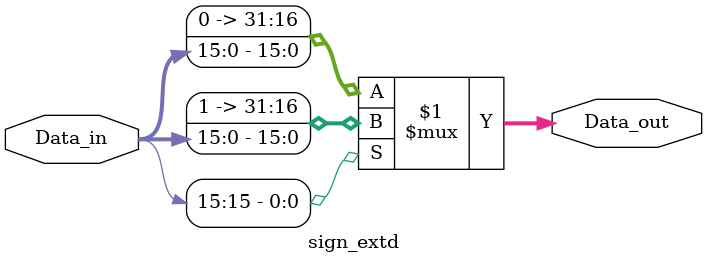
<source format=v>
module sign_extd(
    input wire [15:0] Data_in,
    output wire [31:0] Data_out
);
    assign Data_out = (Data_in[15]) ? {{16{1'b1}}, Data_in} : {{16{1'b0}}, Data_in};

endmodule

</source>
